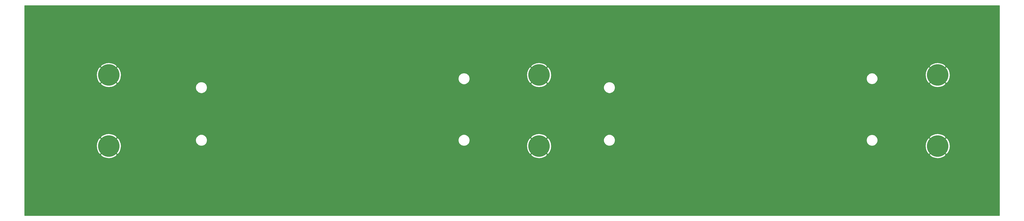
<source format=gbr>
%TF.GenerationSoftware,KiCad,Pcbnew,(5.1.10)-1*%
%TF.CreationDate,2022-11-15T16:39:47-07:00*%
%TF.ProjectId,dm542t_mount,646d3534-3274-45f6-9d6f-756e742e6b69,rev?*%
%TF.SameCoordinates,Original*%
%TF.FileFunction,Copper,L2,Bot*%
%TF.FilePolarity,Positive*%
%FSLAX46Y46*%
G04 Gerber Fmt 4.6, Leading zero omitted, Abs format (unit mm)*
G04 Created by KiCad (PCBNEW (5.1.10)-1) date 2022-11-15 16:39:47*
%MOMM*%
%LPD*%
G01*
G04 APERTURE LIST*
%TA.AperFunction,ComponentPad*%
%ADD10C,9.200000*%
%TD*%
%TA.AperFunction,Conductor*%
%ADD11C,0.254000*%
%TD*%
%TA.AperFunction,Conductor*%
%ADD12C,0.100000*%
%TD*%
G04 APERTURE END LIST*
D10*
%TO.P,H6,1*%
%TO.N,GND*%
X390000000Y60660000D03*
%TD*%
%TO.P,H5,1*%
%TO.N,GND*%
X36500000Y30330000D03*
%TD*%
%TO.P,H4,1*%
%TO.N,GND*%
X390000000Y30330000D03*
%TD*%
%TO.P,H3,1*%
%TO.N,GND*%
X36500000Y60660000D03*
%TD*%
%TO.P,H2,1*%
%TO.N,GND*%
X220000000Y60660000D03*
%TD*%
%TO.P,H1,1*%
%TO.N,GND*%
X220000000Y30330000D03*
%TD*%
D11*
%TO.N,GND*%
X416340000Y660000D02*
X660000Y660000D01*
X660000Y26633954D01*
X32983559Y26633954D01*
X33511702Y26000895D01*
X34413688Y25501089D01*
X35395850Y25186856D01*
X36420443Y25070271D01*
X37448094Y25155814D01*
X38439310Y25440199D01*
X39356000Y25912496D01*
X39488298Y26000895D01*
X40016441Y26633954D01*
X216483559Y26633954D01*
X217011702Y26000895D01*
X217913688Y25501089D01*
X218895850Y25186856D01*
X219920443Y25070271D01*
X220948094Y25155814D01*
X221939310Y25440199D01*
X222856000Y25912496D01*
X222988298Y26000895D01*
X223516441Y26633954D01*
X386483559Y26633954D01*
X387011702Y26000895D01*
X387913688Y25501089D01*
X388895850Y25186856D01*
X389920443Y25070271D01*
X390948094Y25155814D01*
X391939310Y25440199D01*
X392856000Y25912496D01*
X392988298Y26000895D01*
X393516441Y26633954D01*
X390000000Y30150395D01*
X386483559Y26633954D01*
X223516441Y26633954D01*
X220000000Y30150395D01*
X216483559Y26633954D01*
X40016441Y26633954D01*
X36500000Y30150395D01*
X32983559Y26633954D01*
X660000Y26633954D01*
X660000Y30409557D01*
X31240271Y30409557D01*
X31325814Y29381906D01*
X31610199Y28390690D01*
X32082496Y27474000D01*
X32170895Y27341702D01*
X32803954Y26813559D01*
X36320395Y30330000D01*
X36679605Y30330000D01*
X40196046Y26813559D01*
X40829105Y27341702D01*
X41328911Y28243688D01*
X41643144Y29225850D01*
X41759729Y30250443D01*
X41674186Y31278094D01*
X41389801Y32269310D01*
X40991896Y33041612D01*
X73546870Y33041612D01*
X73546870Y32558388D01*
X73641142Y32084448D01*
X73826064Y31638007D01*
X74094529Y31236221D01*
X74436221Y30894529D01*
X74838007Y30626064D01*
X75284448Y30441142D01*
X75758388Y30346870D01*
X76241612Y30346870D01*
X76715552Y30441142D01*
X77161993Y30626064D01*
X77563779Y30894529D01*
X77905471Y31236221D01*
X78173936Y31638007D01*
X78358858Y32084448D01*
X78453130Y32558388D01*
X78453130Y33041612D01*
X185546870Y33041612D01*
X185546870Y32558388D01*
X185641142Y32084448D01*
X185826064Y31638007D01*
X186094529Y31236221D01*
X186436221Y30894529D01*
X186838007Y30626064D01*
X187284448Y30441142D01*
X187758388Y30346870D01*
X188241612Y30346870D01*
X188556762Y30409557D01*
X214740271Y30409557D01*
X214825814Y29381906D01*
X215110199Y28390690D01*
X215582496Y27474000D01*
X215670895Y27341702D01*
X216303954Y26813559D01*
X219820395Y30330000D01*
X220179605Y30330000D01*
X223696046Y26813559D01*
X224329105Y27341702D01*
X224828911Y28243688D01*
X225143144Y29225850D01*
X225259729Y30250443D01*
X225174186Y31278094D01*
X224889801Y32269310D01*
X224491896Y33041612D01*
X247546870Y33041612D01*
X247546870Y32558388D01*
X247641142Y32084448D01*
X247826064Y31638007D01*
X248094529Y31236221D01*
X248436221Y30894529D01*
X248838007Y30626064D01*
X249284448Y30441142D01*
X249758388Y30346870D01*
X250241612Y30346870D01*
X250715552Y30441142D01*
X251161993Y30626064D01*
X251563779Y30894529D01*
X251905471Y31236221D01*
X252173936Y31638007D01*
X252358858Y32084448D01*
X252453130Y32558388D01*
X252453130Y33038182D01*
X359581701Y33038182D01*
X359581701Y32561818D01*
X359674635Y32094608D01*
X359856931Y31654506D01*
X360121585Y31258424D01*
X360458424Y30921585D01*
X360854506Y30656931D01*
X361294608Y30474635D01*
X361761818Y30381701D01*
X362238182Y30381701D01*
X362378223Y30409557D01*
X384740271Y30409557D01*
X384825814Y29381906D01*
X385110199Y28390690D01*
X385582496Y27474000D01*
X385670895Y27341702D01*
X386303954Y26813559D01*
X389820395Y30330000D01*
X390179605Y30330000D01*
X393696046Y26813559D01*
X394329105Y27341702D01*
X394828911Y28243688D01*
X395143144Y29225850D01*
X395259729Y30250443D01*
X395174186Y31278094D01*
X394889801Y32269310D01*
X394417504Y33186000D01*
X394329105Y33318298D01*
X393696046Y33846441D01*
X390179605Y30330000D01*
X389820395Y30330000D01*
X386303954Y33846441D01*
X385670895Y33318298D01*
X385171089Y32416312D01*
X384856856Y31434150D01*
X384740271Y30409557D01*
X362378223Y30409557D01*
X362705392Y30474635D01*
X363145494Y30656931D01*
X363541576Y30921585D01*
X363878415Y31258424D01*
X364143069Y31654506D01*
X364325365Y32094608D01*
X364418299Y32561818D01*
X364418299Y33038182D01*
X364325365Y33505392D01*
X364143069Y33945494D01*
X364089246Y34026046D01*
X386483559Y34026046D01*
X390000000Y30509605D01*
X393516441Y34026046D01*
X392988298Y34659105D01*
X392086312Y35158911D01*
X391104150Y35473144D01*
X390079557Y35589729D01*
X389051906Y35504186D01*
X388060690Y35219801D01*
X387144000Y34747504D01*
X387011702Y34659105D01*
X386483559Y34026046D01*
X364089246Y34026046D01*
X363878415Y34341576D01*
X363541576Y34678415D01*
X363145494Y34943069D01*
X362705392Y35125365D01*
X362238182Y35218299D01*
X361761818Y35218299D01*
X361294608Y35125365D01*
X360854506Y34943069D01*
X360458424Y34678415D01*
X360121585Y34341576D01*
X359856931Y33945494D01*
X359674635Y33505392D01*
X359581701Y33038182D01*
X252453130Y33038182D01*
X252453130Y33041612D01*
X252358858Y33515552D01*
X252173936Y33961993D01*
X251905471Y34363779D01*
X251563779Y34705471D01*
X251161993Y34973936D01*
X250715552Y35158858D01*
X250241612Y35253130D01*
X249758388Y35253130D01*
X249284448Y35158858D01*
X248838007Y34973936D01*
X248436221Y34705471D01*
X248094529Y34363779D01*
X247826064Y33961993D01*
X247641142Y33515552D01*
X247546870Y33041612D01*
X224491896Y33041612D01*
X224417504Y33186000D01*
X224329105Y33318298D01*
X223696046Y33846441D01*
X220179605Y30330000D01*
X219820395Y30330000D01*
X216303954Y33846441D01*
X215670895Y33318298D01*
X215171089Y32416312D01*
X214856856Y31434150D01*
X214740271Y30409557D01*
X188556762Y30409557D01*
X188715552Y30441142D01*
X189161993Y30626064D01*
X189563779Y30894529D01*
X189905471Y31236221D01*
X190173936Y31638007D01*
X190358858Y32084448D01*
X190453130Y32558388D01*
X190453130Y33041612D01*
X190358858Y33515552D01*
X190173936Y33961993D01*
X190131138Y34026046D01*
X216483559Y34026046D01*
X220000000Y30509605D01*
X223516441Y34026046D01*
X222988298Y34659105D01*
X222086312Y35158911D01*
X221104150Y35473144D01*
X220079557Y35589729D01*
X219051906Y35504186D01*
X218060690Y35219801D01*
X217144000Y34747504D01*
X217011702Y34659105D01*
X216483559Y34026046D01*
X190131138Y34026046D01*
X189905471Y34363779D01*
X189563779Y34705471D01*
X189161993Y34973936D01*
X188715552Y35158858D01*
X188241612Y35253130D01*
X187758388Y35253130D01*
X187284448Y35158858D01*
X186838007Y34973936D01*
X186436221Y34705471D01*
X186094529Y34363779D01*
X185826064Y33961993D01*
X185641142Y33515552D01*
X185546870Y33041612D01*
X78453130Y33041612D01*
X78358858Y33515552D01*
X78173936Y33961993D01*
X77905471Y34363779D01*
X77563779Y34705471D01*
X77161993Y34973936D01*
X76715552Y35158858D01*
X76241612Y35253130D01*
X75758388Y35253130D01*
X75284448Y35158858D01*
X74838007Y34973936D01*
X74436221Y34705471D01*
X74094529Y34363779D01*
X73826064Y33961993D01*
X73641142Y33515552D01*
X73546870Y33041612D01*
X40991896Y33041612D01*
X40917504Y33186000D01*
X40829105Y33318298D01*
X40196046Y33846441D01*
X36679605Y30330000D01*
X36320395Y30330000D01*
X32803954Y33846441D01*
X32170895Y33318298D01*
X31671089Y32416312D01*
X31356856Y31434150D01*
X31240271Y30409557D01*
X660000Y30409557D01*
X660000Y34026046D01*
X32983559Y34026046D01*
X36500000Y30509605D01*
X40016441Y34026046D01*
X39488298Y34659105D01*
X38586312Y35158911D01*
X37604150Y35473144D01*
X36579557Y35589729D01*
X35551906Y35504186D01*
X34560690Y35219801D01*
X33644000Y34747504D01*
X33511702Y34659105D01*
X32983559Y34026046D01*
X660000Y34026046D01*
X660000Y56963954D01*
X32983559Y56963954D01*
X33511702Y56330895D01*
X34413688Y55831089D01*
X35395850Y55516856D01*
X36420443Y55400271D01*
X37448094Y55485814D01*
X37642576Y55541612D01*
X73546870Y55541612D01*
X73546870Y55058388D01*
X73641142Y54584448D01*
X73826064Y54138007D01*
X74094529Y53736221D01*
X74436221Y53394529D01*
X74838007Y53126064D01*
X75284448Y52941142D01*
X75758388Y52846870D01*
X76241612Y52846870D01*
X76715552Y52941142D01*
X77161993Y53126064D01*
X77563779Y53394529D01*
X77905471Y53736221D01*
X78173936Y54138007D01*
X78358858Y54584448D01*
X78453130Y55058388D01*
X78453130Y55541612D01*
X78358858Y56015552D01*
X78173936Y56461993D01*
X77905471Y56863779D01*
X77563779Y57205471D01*
X77161993Y57473936D01*
X76715552Y57658858D01*
X76241612Y57753130D01*
X75758388Y57753130D01*
X75284448Y57658858D01*
X74838007Y57473936D01*
X74436221Y57205471D01*
X74094529Y56863779D01*
X73826064Y56461993D01*
X73641142Y56015552D01*
X73546870Y55541612D01*
X37642576Y55541612D01*
X38439310Y55770199D01*
X39356000Y56242496D01*
X39488298Y56330895D01*
X40016441Y56963954D01*
X36500000Y60480395D01*
X32983559Y56963954D01*
X660000Y56963954D01*
X660000Y60739557D01*
X31240271Y60739557D01*
X31325814Y59711906D01*
X31610199Y58720690D01*
X32082496Y57804000D01*
X32170895Y57671702D01*
X32803954Y57143559D01*
X36320395Y60660000D01*
X36679605Y60660000D01*
X40196046Y57143559D01*
X40829105Y57671702D01*
X41328911Y58573688D01*
X41574600Y59341612D01*
X185546870Y59341612D01*
X185546870Y58858388D01*
X185641142Y58384448D01*
X185826064Y57938007D01*
X186094529Y57536221D01*
X186436221Y57194529D01*
X186838007Y56926064D01*
X187284448Y56741142D01*
X187758388Y56646870D01*
X188241612Y56646870D01*
X188715552Y56741142D01*
X189161993Y56926064D01*
X189218699Y56963954D01*
X216483559Y56963954D01*
X217011702Y56330895D01*
X217913688Y55831089D01*
X218895850Y55516856D01*
X219920443Y55400271D01*
X220948094Y55485814D01*
X221142576Y55541612D01*
X247546870Y55541612D01*
X247546870Y55058388D01*
X247641142Y54584448D01*
X247826064Y54138007D01*
X248094529Y53736221D01*
X248436221Y53394529D01*
X248838007Y53126064D01*
X249284448Y52941142D01*
X249758388Y52846870D01*
X250241612Y52846870D01*
X250715552Y52941142D01*
X251161993Y53126064D01*
X251563779Y53394529D01*
X251905471Y53736221D01*
X252173936Y54138007D01*
X252358858Y54584448D01*
X252453130Y55058388D01*
X252453130Y55541612D01*
X252358858Y56015552D01*
X252173936Y56461993D01*
X251905471Y56863779D01*
X251563779Y57205471D01*
X251161993Y57473936D01*
X250715552Y57658858D01*
X250241612Y57753130D01*
X249758388Y57753130D01*
X249284448Y57658858D01*
X248838007Y57473936D01*
X248436221Y57205471D01*
X248094529Y56863779D01*
X247826064Y56461993D01*
X247641142Y56015552D01*
X247546870Y55541612D01*
X221142576Y55541612D01*
X221939310Y55770199D01*
X222856000Y56242496D01*
X222988298Y56330895D01*
X223516441Y56963954D01*
X220000000Y60480395D01*
X216483559Y56963954D01*
X189218699Y56963954D01*
X189563779Y57194529D01*
X189905471Y57536221D01*
X190173936Y57938007D01*
X190358858Y58384448D01*
X190453130Y58858388D01*
X190453130Y59341612D01*
X190358858Y59815552D01*
X190173936Y60261993D01*
X189905471Y60663779D01*
X189829693Y60739557D01*
X214740271Y60739557D01*
X214825814Y59711906D01*
X215110199Y58720690D01*
X215582496Y57804000D01*
X215670895Y57671702D01*
X216303954Y57143559D01*
X219820395Y60660000D01*
X220179605Y60660000D01*
X223696046Y57143559D01*
X224329105Y57671702D01*
X224828911Y58573688D01*
X225073503Y59338182D01*
X359581701Y59338182D01*
X359581701Y58861818D01*
X359674635Y58394608D01*
X359856931Y57954506D01*
X360121585Y57558424D01*
X360458424Y57221585D01*
X360854506Y56956931D01*
X361294608Y56774635D01*
X361761818Y56681701D01*
X362238182Y56681701D01*
X362705392Y56774635D01*
X363145494Y56956931D01*
X363156004Y56963954D01*
X386483559Y56963954D01*
X387011702Y56330895D01*
X387913688Y55831089D01*
X388895850Y55516856D01*
X389920443Y55400271D01*
X390948094Y55485814D01*
X391939310Y55770199D01*
X392856000Y56242496D01*
X392988298Y56330895D01*
X393516441Y56963954D01*
X390000000Y60480395D01*
X386483559Y56963954D01*
X363156004Y56963954D01*
X363541576Y57221585D01*
X363878415Y57558424D01*
X364143069Y57954506D01*
X364325365Y58394608D01*
X364418299Y58861818D01*
X364418299Y59338182D01*
X364325365Y59805392D01*
X364143069Y60245494D01*
X363878415Y60641576D01*
X363780434Y60739557D01*
X384740271Y60739557D01*
X384825814Y59711906D01*
X385110199Y58720690D01*
X385582496Y57804000D01*
X385670895Y57671702D01*
X386303954Y57143559D01*
X389820395Y60660000D01*
X390179605Y60660000D01*
X393696046Y57143559D01*
X394329105Y57671702D01*
X394828911Y58573688D01*
X395143144Y59555850D01*
X395259729Y60580443D01*
X395174186Y61608094D01*
X394889801Y62599310D01*
X394417504Y63516000D01*
X394329105Y63648298D01*
X393696046Y64176441D01*
X390179605Y60660000D01*
X389820395Y60660000D01*
X386303954Y64176441D01*
X385670895Y63648298D01*
X385171089Y62746312D01*
X384856856Y61764150D01*
X384740271Y60739557D01*
X363780434Y60739557D01*
X363541576Y60978415D01*
X363145494Y61243069D01*
X362705392Y61425365D01*
X362238182Y61518299D01*
X361761818Y61518299D01*
X361294608Y61425365D01*
X360854506Y61243069D01*
X360458424Y60978415D01*
X360121585Y60641576D01*
X359856931Y60245494D01*
X359674635Y59805392D01*
X359581701Y59338182D01*
X225073503Y59338182D01*
X225143144Y59555850D01*
X225259729Y60580443D01*
X225174186Y61608094D01*
X224889801Y62599310D01*
X224417504Y63516000D01*
X224329105Y63648298D01*
X223696046Y64176441D01*
X220179605Y60660000D01*
X219820395Y60660000D01*
X216303954Y64176441D01*
X215670895Y63648298D01*
X215171089Y62746312D01*
X214856856Y61764150D01*
X214740271Y60739557D01*
X189829693Y60739557D01*
X189563779Y61005471D01*
X189161993Y61273936D01*
X188715552Y61458858D01*
X188241612Y61553130D01*
X187758388Y61553130D01*
X187284448Y61458858D01*
X186838007Y61273936D01*
X186436221Y61005471D01*
X186094529Y60663779D01*
X185826064Y60261993D01*
X185641142Y59815552D01*
X185546870Y59341612D01*
X41574600Y59341612D01*
X41643144Y59555850D01*
X41759729Y60580443D01*
X41674186Y61608094D01*
X41389801Y62599310D01*
X40917504Y63516000D01*
X40829105Y63648298D01*
X40196046Y64176441D01*
X36679605Y60660000D01*
X36320395Y60660000D01*
X32803954Y64176441D01*
X32170895Y63648298D01*
X31671089Y62746312D01*
X31356856Y61764150D01*
X31240271Y60739557D01*
X660000Y60739557D01*
X660000Y64356046D01*
X32983559Y64356046D01*
X36500000Y60839605D01*
X40016441Y64356046D01*
X216483559Y64356046D01*
X220000000Y60839605D01*
X223516441Y64356046D01*
X386483559Y64356046D01*
X390000000Y60839605D01*
X393516441Y64356046D01*
X392988298Y64989105D01*
X392086312Y65488911D01*
X391104150Y65803144D01*
X390079557Y65919729D01*
X389051906Y65834186D01*
X388060690Y65549801D01*
X387144000Y65077504D01*
X387011702Y64989105D01*
X386483559Y64356046D01*
X223516441Y64356046D01*
X222988298Y64989105D01*
X222086312Y65488911D01*
X221104150Y65803144D01*
X220079557Y65919729D01*
X219051906Y65834186D01*
X218060690Y65549801D01*
X217144000Y65077504D01*
X217011702Y64989105D01*
X216483559Y64356046D01*
X40016441Y64356046D01*
X39488298Y64989105D01*
X38586312Y65488911D01*
X37604150Y65803144D01*
X36579557Y65919729D01*
X35551906Y65834186D01*
X34560690Y65549801D01*
X33644000Y65077504D01*
X33511702Y64989105D01*
X32983559Y64356046D01*
X660000Y64356046D01*
X660000Y90315000D01*
X416340001Y90315000D01*
X416340000Y660000D01*
%TA.AperFunction,Conductor*%
D12*
G36*
X416340000Y660000D02*
G01*
X660000Y660000D01*
X660000Y26633954D01*
X32983559Y26633954D01*
X33511702Y26000895D01*
X34413688Y25501089D01*
X35395850Y25186856D01*
X36420443Y25070271D01*
X37448094Y25155814D01*
X38439310Y25440199D01*
X39356000Y25912496D01*
X39488298Y26000895D01*
X40016441Y26633954D01*
X216483559Y26633954D01*
X217011702Y26000895D01*
X217913688Y25501089D01*
X218895850Y25186856D01*
X219920443Y25070271D01*
X220948094Y25155814D01*
X221939310Y25440199D01*
X222856000Y25912496D01*
X222988298Y26000895D01*
X223516441Y26633954D01*
X386483559Y26633954D01*
X387011702Y26000895D01*
X387913688Y25501089D01*
X388895850Y25186856D01*
X389920443Y25070271D01*
X390948094Y25155814D01*
X391939310Y25440199D01*
X392856000Y25912496D01*
X392988298Y26000895D01*
X393516441Y26633954D01*
X390000000Y30150395D01*
X386483559Y26633954D01*
X223516441Y26633954D01*
X220000000Y30150395D01*
X216483559Y26633954D01*
X40016441Y26633954D01*
X36500000Y30150395D01*
X32983559Y26633954D01*
X660000Y26633954D01*
X660000Y30409557D01*
X31240271Y30409557D01*
X31325814Y29381906D01*
X31610199Y28390690D01*
X32082496Y27474000D01*
X32170895Y27341702D01*
X32803954Y26813559D01*
X36320395Y30330000D01*
X36679605Y30330000D01*
X40196046Y26813559D01*
X40829105Y27341702D01*
X41328911Y28243688D01*
X41643144Y29225850D01*
X41759729Y30250443D01*
X41674186Y31278094D01*
X41389801Y32269310D01*
X40991896Y33041612D01*
X73546870Y33041612D01*
X73546870Y32558388D01*
X73641142Y32084448D01*
X73826064Y31638007D01*
X74094529Y31236221D01*
X74436221Y30894529D01*
X74838007Y30626064D01*
X75284448Y30441142D01*
X75758388Y30346870D01*
X76241612Y30346870D01*
X76715552Y30441142D01*
X77161993Y30626064D01*
X77563779Y30894529D01*
X77905471Y31236221D01*
X78173936Y31638007D01*
X78358858Y32084448D01*
X78453130Y32558388D01*
X78453130Y33041612D01*
X185546870Y33041612D01*
X185546870Y32558388D01*
X185641142Y32084448D01*
X185826064Y31638007D01*
X186094529Y31236221D01*
X186436221Y30894529D01*
X186838007Y30626064D01*
X187284448Y30441142D01*
X187758388Y30346870D01*
X188241612Y30346870D01*
X188556762Y30409557D01*
X214740271Y30409557D01*
X214825814Y29381906D01*
X215110199Y28390690D01*
X215582496Y27474000D01*
X215670895Y27341702D01*
X216303954Y26813559D01*
X219820395Y30330000D01*
X220179605Y30330000D01*
X223696046Y26813559D01*
X224329105Y27341702D01*
X224828911Y28243688D01*
X225143144Y29225850D01*
X225259729Y30250443D01*
X225174186Y31278094D01*
X224889801Y32269310D01*
X224491896Y33041612D01*
X247546870Y33041612D01*
X247546870Y32558388D01*
X247641142Y32084448D01*
X247826064Y31638007D01*
X248094529Y31236221D01*
X248436221Y30894529D01*
X248838007Y30626064D01*
X249284448Y30441142D01*
X249758388Y30346870D01*
X250241612Y30346870D01*
X250715552Y30441142D01*
X251161993Y30626064D01*
X251563779Y30894529D01*
X251905471Y31236221D01*
X252173936Y31638007D01*
X252358858Y32084448D01*
X252453130Y32558388D01*
X252453130Y33038182D01*
X359581701Y33038182D01*
X359581701Y32561818D01*
X359674635Y32094608D01*
X359856931Y31654506D01*
X360121585Y31258424D01*
X360458424Y30921585D01*
X360854506Y30656931D01*
X361294608Y30474635D01*
X361761818Y30381701D01*
X362238182Y30381701D01*
X362378223Y30409557D01*
X384740271Y30409557D01*
X384825814Y29381906D01*
X385110199Y28390690D01*
X385582496Y27474000D01*
X385670895Y27341702D01*
X386303954Y26813559D01*
X389820395Y30330000D01*
X390179605Y30330000D01*
X393696046Y26813559D01*
X394329105Y27341702D01*
X394828911Y28243688D01*
X395143144Y29225850D01*
X395259729Y30250443D01*
X395174186Y31278094D01*
X394889801Y32269310D01*
X394417504Y33186000D01*
X394329105Y33318298D01*
X393696046Y33846441D01*
X390179605Y30330000D01*
X389820395Y30330000D01*
X386303954Y33846441D01*
X385670895Y33318298D01*
X385171089Y32416312D01*
X384856856Y31434150D01*
X384740271Y30409557D01*
X362378223Y30409557D01*
X362705392Y30474635D01*
X363145494Y30656931D01*
X363541576Y30921585D01*
X363878415Y31258424D01*
X364143069Y31654506D01*
X364325365Y32094608D01*
X364418299Y32561818D01*
X364418299Y33038182D01*
X364325365Y33505392D01*
X364143069Y33945494D01*
X364089246Y34026046D01*
X386483559Y34026046D01*
X390000000Y30509605D01*
X393516441Y34026046D01*
X392988298Y34659105D01*
X392086312Y35158911D01*
X391104150Y35473144D01*
X390079557Y35589729D01*
X389051906Y35504186D01*
X388060690Y35219801D01*
X387144000Y34747504D01*
X387011702Y34659105D01*
X386483559Y34026046D01*
X364089246Y34026046D01*
X363878415Y34341576D01*
X363541576Y34678415D01*
X363145494Y34943069D01*
X362705392Y35125365D01*
X362238182Y35218299D01*
X361761818Y35218299D01*
X361294608Y35125365D01*
X360854506Y34943069D01*
X360458424Y34678415D01*
X360121585Y34341576D01*
X359856931Y33945494D01*
X359674635Y33505392D01*
X359581701Y33038182D01*
X252453130Y33038182D01*
X252453130Y33041612D01*
X252358858Y33515552D01*
X252173936Y33961993D01*
X251905471Y34363779D01*
X251563779Y34705471D01*
X251161993Y34973936D01*
X250715552Y35158858D01*
X250241612Y35253130D01*
X249758388Y35253130D01*
X249284448Y35158858D01*
X248838007Y34973936D01*
X248436221Y34705471D01*
X248094529Y34363779D01*
X247826064Y33961993D01*
X247641142Y33515552D01*
X247546870Y33041612D01*
X224491896Y33041612D01*
X224417504Y33186000D01*
X224329105Y33318298D01*
X223696046Y33846441D01*
X220179605Y30330000D01*
X219820395Y30330000D01*
X216303954Y33846441D01*
X215670895Y33318298D01*
X215171089Y32416312D01*
X214856856Y31434150D01*
X214740271Y30409557D01*
X188556762Y30409557D01*
X188715552Y30441142D01*
X189161993Y30626064D01*
X189563779Y30894529D01*
X189905471Y31236221D01*
X190173936Y31638007D01*
X190358858Y32084448D01*
X190453130Y32558388D01*
X190453130Y33041612D01*
X190358858Y33515552D01*
X190173936Y33961993D01*
X190131138Y34026046D01*
X216483559Y34026046D01*
X220000000Y30509605D01*
X223516441Y34026046D01*
X222988298Y34659105D01*
X222086312Y35158911D01*
X221104150Y35473144D01*
X220079557Y35589729D01*
X219051906Y35504186D01*
X218060690Y35219801D01*
X217144000Y34747504D01*
X217011702Y34659105D01*
X216483559Y34026046D01*
X190131138Y34026046D01*
X189905471Y34363779D01*
X189563779Y34705471D01*
X189161993Y34973936D01*
X188715552Y35158858D01*
X188241612Y35253130D01*
X187758388Y35253130D01*
X187284448Y35158858D01*
X186838007Y34973936D01*
X186436221Y34705471D01*
X186094529Y34363779D01*
X185826064Y33961993D01*
X185641142Y33515552D01*
X185546870Y33041612D01*
X78453130Y33041612D01*
X78358858Y33515552D01*
X78173936Y33961993D01*
X77905471Y34363779D01*
X77563779Y34705471D01*
X77161993Y34973936D01*
X76715552Y35158858D01*
X76241612Y35253130D01*
X75758388Y35253130D01*
X75284448Y35158858D01*
X74838007Y34973936D01*
X74436221Y34705471D01*
X74094529Y34363779D01*
X73826064Y33961993D01*
X73641142Y33515552D01*
X73546870Y33041612D01*
X40991896Y33041612D01*
X40917504Y33186000D01*
X40829105Y33318298D01*
X40196046Y33846441D01*
X36679605Y30330000D01*
X36320395Y30330000D01*
X32803954Y33846441D01*
X32170895Y33318298D01*
X31671089Y32416312D01*
X31356856Y31434150D01*
X31240271Y30409557D01*
X660000Y30409557D01*
X660000Y34026046D01*
X32983559Y34026046D01*
X36500000Y30509605D01*
X40016441Y34026046D01*
X39488298Y34659105D01*
X38586312Y35158911D01*
X37604150Y35473144D01*
X36579557Y35589729D01*
X35551906Y35504186D01*
X34560690Y35219801D01*
X33644000Y34747504D01*
X33511702Y34659105D01*
X32983559Y34026046D01*
X660000Y34026046D01*
X660000Y56963954D01*
X32983559Y56963954D01*
X33511702Y56330895D01*
X34413688Y55831089D01*
X35395850Y55516856D01*
X36420443Y55400271D01*
X37448094Y55485814D01*
X37642576Y55541612D01*
X73546870Y55541612D01*
X73546870Y55058388D01*
X73641142Y54584448D01*
X73826064Y54138007D01*
X74094529Y53736221D01*
X74436221Y53394529D01*
X74838007Y53126064D01*
X75284448Y52941142D01*
X75758388Y52846870D01*
X76241612Y52846870D01*
X76715552Y52941142D01*
X77161993Y53126064D01*
X77563779Y53394529D01*
X77905471Y53736221D01*
X78173936Y54138007D01*
X78358858Y54584448D01*
X78453130Y55058388D01*
X78453130Y55541612D01*
X78358858Y56015552D01*
X78173936Y56461993D01*
X77905471Y56863779D01*
X77563779Y57205471D01*
X77161993Y57473936D01*
X76715552Y57658858D01*
X76241612Y57753130D01*
X75758388Y57753130D01*
X75284448Y57658858D01*
X74838007Y57473936D01*
X74436221Y57205471D01*
X74094529Y56863779D01*
X73826064Y56461993D01*
X73641142Y56015552D01*
X73546870Y55541612D01*
X37642576Y55541612D01*
X38439310Y55770199D01*
X39356000Y56242496D01*
X39488298Y56330895D01*
X40016441Y56963954D01*
X36500000Y60480395D01*
X32983559Y56963954D01*
X660000Y56963954D01*
X660000Y60739557D01*
X31240271Y60739557D01*
X31325814Y59711906D01*
X31610199Y58720690D01*
X32082496Y57804000D01*
X32170895Y57671702D01*
X32803954Y57143559D01*
X36320395Y60660000D01*
X36679605Y60660000D01*
X40196046Y57143559D01*
X40829105Y57671702D01*
X41328911Y58573688D01*
X41574600Y59341612D01*
X185546870Y59341612D01*
X185546870Y58858388D01*
X185641142Y58384448D01*
X185826064Y57938007D01*
X186094529Y57536221D01*
X186436221Y57194529D01*
X186838007Y56926064D01*
X187284448Y56741142D01*
X187758388Y56646870D01*
X188241612Y56646870D01*
X188715552Y56741142D01*
X189161993Y56926064D01*
X189218699Y56963954D01*
X216483559Y56963954D01*
X217011702Y56330895D01*
X217913688Y55831089D01*
X218895850Y55516856D01*
X219920443Y55400271D01*
X220948094Y55485814D01*
X221142576Y55541612D01*
X247546870Y55541612D01*
X247546870Y55058388D01*
X247641142Y54584448D01*
X247826064Y54138007D01*
X248094529Y53736221D01*
X248436221Y53394529D01*
X248838007Y53126064D01*
X249284448Y52941142D01*
X249758388Y52846870D01*
X250241612Y52846870D01*
X250715552Y52941142D01*
X251161993Y53126064D01*
X251563779Y53394529D01*
X251905471Y53736221D01*
X252173936Y54138007D01*
X252358858Y54584448D01*
X252453130Y55058388D01*
X252453130Y55541612D01*
X252358858Y56015552D01*
X252173936Y56461993D01*
X251905471Y56863779D01*
X251563779Y57205471D01*
X251161993Y57473936D01*
X250715552Y57658858D01*
X250241612Y57753130D01*
X249758388Y57753130D01*
X249284448Y57658858D01*
X248838007Y57473936D01*
X248436221Y57205471D01*
X248094529Y56863779D01*
X247826064Y56461993D01*
X247641142Y56015552D01*
X247546870Y55541612D01*
X221142576Y55541612D01*
X221939310Y55770199D01*
X222856000Y56242496D01*
X222988298Y56330895D01*
X223516441Y56963954D01*
X220000000Y60480395D01*
X216483559Y56963954D01*
X189218699Y56963954D01*
X189563779Y57194529D01*
X189905471Y57536221D01*
X190173936Y57938007D01*
X190358858Y58384448D01*
X190453130Y58858388D01*
X190453130Y59341612D01*
X190358858Y59815552D01*
X190173936Y60261993D01*
X189905471Y60663779D01*
X189829693Y60739557D01*
X214740271Y60739557D01*
X214825814Y59711906D01*
X215110199Y58720690D01*
X215582496Y57804000D01*
X215670895Y57671702D01*
X216303954Y57143559D01*
X219820395Y60660000D01*
X220179605Y60660000D01*
X223696046Y57143559D01*
X224329105Y57671702D01*
X224828911Y58573688D01*
X225073503Y59338182D01*
X359581701Y59338182D01*
X359581701Y58861818D01*
X359674635Y58394608D01*
X359856931Y57954506D01*
X360121585Y57558424D01*
X360458424Y57221585D01*
X360854506Y56956931D01*
X361294608Y56774635D01*
X361761818Y56681701D01*
X362238182Y56681701D01*
X362705392Y56774635D01*
X363145494Y56956931D01*
X363156004Y56963954D01*
X386483559Y56963954D01*
X387011702Y56330895D01*
X387913688Y55831089D01*
X388895850Y55516856D01*
X389920443Y55400271D01*
X390948094Y55485814D01*
X391939310Y55770199D01*
X392856000Y56242496D01*
X392988298Y56330895D01*
X393516441Y56963954D01*
X390000000Y60480395D01*
X386483559Y56963954D01*
X363156004Y56963954D01*
X363541576Y57221585D01*
X363878415Y57558424D01*
X364143069Y57954506D01*
X364325365Y58394608D01*
X364418299Y58861818D01*
X364418299Y59338182D01*
X364325365Y59805392D01*
X364143069Y60245494D01*
X363878415Y60641576D01*
X363780434Y60739557D01*
X384740271Y60739557D01*
X384825814Y59711906D01*
X385110199Y58720690D01*
X385582496Y57804000D01*
X385670895Y57671702D01*
X386303954Y57143559D01*
X389820395Y60660000D01*
X390179605Y60660000D01*
X393696046Y57143559D01*
X394329105Y57671702D01*
X394828911Y58573688D01*
X395143144Y59555850D01*
X395259729Y60580443D01*
X395174186Y61608094D01*
X394889801Y62599310D01*
X394417504Y63516000D01*
X394329105Y63648298D01*
X393696046Y64176441D01*
X390179605Y60660000D01*
X389820395Y60660000D01*
X386303954Y64176441D01*
X385670895Y63648298D01*
X385171089Y62746312D01*
X384856856Y61764150D01*
X384740271Y60739557D01*
X363780434Y60739557D01*
X363541576Y60978415D01*
X363145494Y61243069D01*
X362705392Y61425365D01*
X362238182Y61518299D01*
X361761818Y61518299D01*
X361294608Y61425365D01*
X360854506Y61243069D01*
X360458424Y60978415D01*
X360121585Y60641576D01*
X359856931Y60245494D01*
X359674635Y59805392D01*
X359581701Y59338182D01*
X225073503Y59338182D01*
X225143144Y59555850D01*
X225259729Y60580443D01*
X225174186Y61608094D01*
X224889801Y62599310D01*
X224417504Y63516000D01*
X224329105Y63648298D01*
X223696046Y64176441D01*
X220179605Y60660000D01*
X219820395Y60660000D01*
X216303954Y64176441D01*
X215670895Y63648298D01*
X215171089Y62746312D01*
X214856856Y61764150D01*
X214740271Y60739557D01*
X189829693Y60739557D01*
X189563779Y61005471D01*
X189161993Y61273936D01*
X188715552Y61458858D01*
X188241612Y61553130D01*
X187758388Y61553130D01*
X187284448Y61458858D01*
X186838007Y61273936D01*
X186436221Y61005471D01*
X186094529Y60663779D01*
X185826064Y60261993D01*
X185641142Y59815552D01*
X185546870Y59341612D01*
X41574600Y59341612D01*
X41643144Y59555850D01*
X41759729Y60580443D01*
X41674186Y61608094D01*
X41389801Y62599310D01*
X40917504Y63516000D01*
X40829105Y63648298D01*
X40196046Y64176441D01*
X36679605Y60660000D01*
X36320395Y60660000D01*
X32803954Y64176441D01*
X32170895Y63648298D01*
X31671089Y62746312D01*
X31356856Y61764150D01*
X31240271Y60739557D01*
X660000Y60739557D01*
X660000Y64356046D01*
X32983559Y64356046D01*
X36500000Y60839605D01*
X40016441Y64356046D01*
X216483559Y64356046D01*
X220000000Y60839605D01*
X223516441Y64356046D01*
X386483559Y64356046D01*
X390000000Y60839605D01*
X393516441Y64356046D01*
X392988298Y64989105D01*
X392086312Y65488911D01*
X391104150Y65803144D01*
X390079557Y65919729D01*
X389051906Y65834186D01*
X388060690Y65549801D01*
X387144000Y65077504D01*
X387011702Y64989105D01*
X386483559Y64356046D01*
X223516441Y64356046D01*
X222988298Y64989105D01*
X222086312Y65488911D01*
X221104150Y65803144D01*
X220079557Y65919729D01*
X219051906Y65834186D01*
X218060690Y65549801D01*
X217144000Y65077504D01*
X217011702Y64989105D01*
X216483559Y64356046D01*
X40016441Y64356046D01*
X39488298Y64989105D01*
X38586312Y65488911D01*
X37604150Y65803144D01*
X36579557Y65919729D01*
X35551906Y65834186D01*
X34560690Y65549801D01*
X33644000Y65077504D01*
X33511702Y64989105D01*
X32983559Y64356046D01*
X660000Y64356046D01*
X660000Y90315000D01*
X416340001Y90315000D01*
X416340000Y660000D01*
G37*
%TD.AperFunction*%
%TD*%
M02*

</source>
